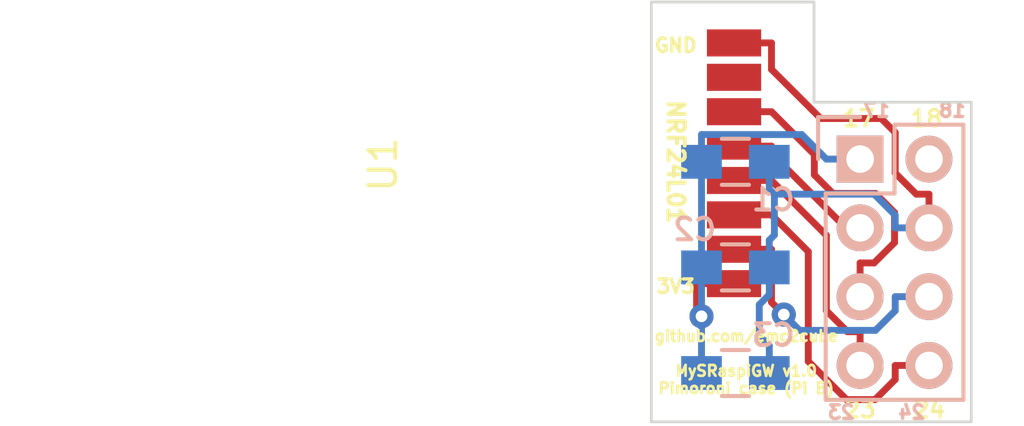
<source format=kicad_pcb>

(kicad_pcb
  (version 4)
  (host pcbnew 4.0.2-stable)
  (general
    (links 13)
    (no_connects 0)
    (area 53.349999 30.449999 65.250001 46.050001)
    (thickness 1.6002)
    (drawings 18)
    (tracks 71)
    (zones 0)
    (modules 5)
    (nets 10))
  (page A4)
  (layers
    (0 Top signal)
    (31 Bottom signal)
    (32 B.Adhes user)
    (33 F.Adhes user)
    (34 B.Paste user)
    (35 F.Paste user)
    (36 B.SilkS user)
    (37 F.SilkS user)
    (38 B.Mask user)
    (39 F.Mask user)
    (40 Dwgs.User user)
    (41 Cmts.User user)
    (42 Eco1.User user)
    (43 Eco2.User user)
    (44 Edge.Cuts user)
    (45 Margin user)
    (46 B.CrtYd user)
    (47 F.CrtYd user)
    (48 B.Fab user)
    (49 F.Fab user))
  (setup
    (last_trace_width 0.254)
    (trace_clearance 0.254)
    (zone_clearance 0.508)
    (zone_45_only no)
    (trace_min 0.1524)
    (segment_width 0.2)
    (edge_width 0.1)
    (via_size 0.889)
    (via_drill 0.4318)
    (via_min_size 0.6858)
    (via_min_drill 0.3302)
    (uvia_size 0.762)
    (uvia_drill 0.508)
    (uvias_allowed no)
    (uvia_min_size 0)
    (uvia_min_drill 0)
    (pcb_text_width 0.3)
    (pcb_text_size 1.5 1.5)
    (mod_edge_width 0.15)
    (mod_text_size 1 1)
    (mod_text_width 0.15)
    (pad_size 1 2)
    (pad_drill 0)
    (pad_to_mask_clearance 0)
    (aux_axis_origin 0 0)
    (visible_elements FFFFFFFF)
    (pcbplotparams
      (layerselection 0x010f0_80000001)
      (usegerberextensions true)
      (excludeedgelayer true)
      (linewidth 0.1)
      (plotframeref false)
      (viasonmask false)
      (mode 1)
      (useauxorigin false)
      (hpglpennumber 1)
      (hpglpenspeed 20)
      (hpglpendiameter 15)
      (hpglpenoverlay 2)
      (psnegative false)
      (psa4output false)
      (plotreference true)
      (plotvalue true)
      (plotinvisibletext false)
      (padsonsilk false)
      (subtractmaskfromsilk false)
      (outputformat 1)
      (mirror false)
      (drillshape 0)
      (scaleselection 1)
      (outputdirectory "")))
  (net 0 "")
  (net 1 +3V3)
  (net 2 GND)
  (net 3 MOSI)
  (net 4 MISO)
  (net 5 CE)
  (net 6 SCK)
  (net 7 CSN)
  (net 8 "Net-(U1-Pad8)")
  (net 9 "Net-(P1-Pad2)")
  (net_class Default "Ceci est la Netclass par défaut"
    (clearance 0.254)
    (trace_width 0.254)
    (via_dia 0.889)
    (via_drill 0.4318)
    (uvia_dia 0.762)
    (uvia_drill 0.508)
    (add_net +3V3)
    (add_net CE)
    (add_net CSN)
    (add_net GND)
    (add_net MISO)
    (add_net MOSI)
    (add_net "Net-(P1-Pad2)")
    (add_net "Net-(U1-Pad8)")
    (add_net SCK))
  (net_class VCC ""
    (clearance 0.3048)
    (trace_width 0.508)
    (via_dia 1.143)
    (via_drill 0.635)
    (uvia_dia 0.762)
    (uvia_drill 0.508))
  (module Capacitors_SMD:C_0805_HandSoldering
    (layer Bottom)
    (tedit 5779F7A3)
    (tstamp 573AD2DE)
    (at 56.5 36.4)
    (descr "Capacitor SMD 0805, hand soldering")
    (tags "capacitor 0805")
    (path /573AD2DF)
    (attr smd)
    (fp_text reference C1
      (at 1.4 1.4)
      (layer B.SilkS)
      (effects
        (font
          (size 0.8 0.8)
          (thickness 0.15))
        (justify mirror)))
    (fp_text value 0.1µF
      (at 0 0.1)
      (layer B.Fab)
      (effects
        (font
          (size 1 1)
          (thickness 0.15))
        (justify mirror)))
    (fp_line
      (start -2.3 1)
      (end 2.3 1)
      (layer B.CrtYd)
      (width 0.05))
    (fp_line
      (start -2.3 -1)
      (end 2.3 -1)
      (layer B.CrtYd)
      (width 0.05))
    (fp_line
      (start -2.3 1)
      (end -2.3 -1)
      (layer B.CrtYd)
      (width 0.05))
    (fp_line
      (start 2.3 1)
      (end 2.3 -1)
      (layer B.CrtYd)
      (width 0.05))
    (fp_line
      (start 0.5 0.85)
      (end -0.5 0.85)
      (layer B.SilkS)
      (width 0.15))
    (fp_line
      (start -0.5 -0.85)
      (end 0.5 -0.85)
      (layer B.SilkS)
      (width 0.15))
    (pad 1 smd rect
      (at -1.25 0)
      (size 1.5 1.25)
      (layers Bottom B.Paste B.Mask)
      (net 1 +3V3))
    (pad 2 smd rect
      (at 1.25 0)
      (size 1.5 1.25)
      (layers Bottom B.Paste B.Mask)
      (net 2 GND))
    (model Capacitors_SMD.3dshapes/C_0805_HandSoldering.wrl
      (at
        (xyz 0 0 0))
      (scale
        (xyz 1 1 1))
      (rotate
        (xyz 0 0 0))))
  (module Capacitors_SMD:C_0805_HandSoldering
    (layer Bottom)
    (tedit 5779F7A8)
    (tstamp 573AD2E4)
    (at 56.5 40.3)
    (descr "Capacitor SMD 0805, hand soldering")
    (tags "capacitor 0805")
    (path /5701C54D)
    (attr smd)
    (fp_text reference C2
      (at -1.5 -1.4)
      (layer B.SilkS)
      (effects
        (font
          (size 0.8 0.8)
          (thickness 0.15))
        (justify mirror)))
    (fp_text value 4.7µF
      (at 0 0.1)
      (layer B.Fab)
      (effects
        (font
          (size 1 1)
          (thickness 0.15))
        (justify mirror)))
    (fp_line
      (start -2.3 1)
      (end 2.3 1)
      (layer B.CrtYd)
      (width 0.05))
    (fp_line
      (start -2.3 -1)
      (end 2.3 -1)
      (layer B.CrtYd)
      (width 0.05))
    (fp_line
      (start -2.3 1)
      (end -2.3 -1)
      (layer B.CrtYd)
      (width 0.05))
    (fp_line
      (start 2.3 1)
      (end 2.3 -1)
      (layer B.CrtYd)
      (width 0.05))
    (fp_line
      (start 0.5 0.85)
      (end -0.5 0.85)
      (layer B.SilkS)
      (width 0.15))
    (fp_line
      (start -0.5 -0.85)
      (end 0.5 -0.85)
      (layer B.SilkS)
      (width 0.15))
    (pad 1 smd rect
      (at -1.25 0)
      (size 1.5 1.25)
      (layers Bottom B.Paste B.Mask)
      (net 1 +3V3))
    (pad 2 smd rect
      (at 1.25 0)
      (size 1.5 1.25)
      (layers Bottom B.Paste B.Mask)
      (net 2 GND))
    (model Capacitors_SMD.3dshapes/C_0805_HandSoldering.wrl
      (at
        (xyz 0 0 0))
      (scale
        (xyz 1 1 1))
      (rotate
        (xyz 0 0 0))))
  (module Capacitors_SMD:C_0805_HandSoldering
    (layer Bottom)
    (tedit 5779F7AF)
    (tstamp 573AD2EA)
    (at 56.5 44.2)
    (descr "Capacitor SMD 0805, hand soldering")
    (tags "capacitor 0805")
    (path /573AD311)
    (attr smd)
    (fp_text reference C3
      (at 1.4 -1.4)
      (layer B.SilkS)
      (effects
        (font
          (size 0.8 0.8)
          (thickness 0.15))
        (justify mirror)))
    (fp_text value 47µF
      (at -0.1 0.1)
      (layer B.Fab)
      (effects
        (font
          (size 1 1)
          (thickness 0.15))
        (justify mirror)))
    (fp_line
      (start -2.3 1)
      (end 2.3 1)
      (layer B.CrtYd)
      (width 0.05))
    (fp_line
      (start -2.3 -1)
      (end 2.3 -1)
      (layer B.CrtYd)
      (width 0.05))
    (fp_line
      (start -2.3 1)
      (end -2.3 -1)
      (layer B.CrtYd)
      (width 0.05))
    (fp_line
      (start 2.3 1)
      (end 2.3 -1)
      (layer B.CrtYd)
      (width 0.05))
    (fp_line
      (start 0.5 0.85)
      (end -0.5 0.85)
      (layer B.SilkS)
      (width 0.15))
    (fp_line
      (start -0.5 -0.85)
      (end 0.5 -0.85)
      (layer B.SilkS)
      (width 0.15))
    (pad 1 smd rect
      (at -1.25 0)
      (size 1.5 1.25)
      (layers Bottom B.Paste B.Mask)
      (net 1 +3V3))
    (pad 2 smd rect
      (at 1.25 0)
      (size 1.5 1.25)
      (layers Bottom B.Paste B.Mask)
      (net 2 GND))
    (model Capacitors_SMD.3dshapes/C_0805_HandSoldering.wrl
      (at
        (xyz 0 0 0))
      (scale
        (xyz 1 1 1))
      (rotate
        (xyz 0 0 0))))
  (module Socket_Strips:Socket_Strip_Straight_2x04
    (layer Bottom)
    (tedit 5779F79F)
    (tstamp 574CBF27)
    (at 61.1 36.3 270)
    (descr "Through hole socket strip")
    (tags "socket strip")
    (path /573ACFFE)
    (fp_text reference P1
      (at 0.1 0 360)
      (layer B.SilkS) hide
      (effects
        (font
          (size 1 1)
          (thickness 0.15))
        (justify mirror)))
    (fp_text value CONN_02X04
      (at 4 -5.2 270)
      (layer B.Fab)
      (effects
        (font
          (size 1 1)
          (thickness 0.15))
        (justify mirror)))
    (fp_line
      (start -1.75 1.75)
      (end -1.75 -4.3)
      (layer B.CrtYd)
      (width 0.05))
    (fp_line
      (start 9.4 1.75)
      (end 9.4 -4.3)
      (layer B.CrtYd)
      (width 0.05))
    (fp_line
      (start -1.75 1.75)
      (end 9.4 1.75)
      (layer B.CrtYd)
      (width 0.05))
    (fp_line
      (start -1.75 -4.3)
      (end 9.4 -4.3)
      (layer B.CrtYd)
      (width 0.05))
    (fp_line
      (start 1.27 1.27)
      (end 8.89 1.27)
      (layer B.SilkS)
      (width 0.15))
    (fp_line
      (start 8.89 1.27)
      (end 8.89 -3.81)
      (layer B.SilkS)
      (width 0.15))
    (fp_line
      (start 8.89 -3.81)
      (end -1.27 -3.81)
      (layer B.SilkS)
      (width 0.15))
    (fp_line
      (start -1.27 -3.81)
      (end -1.27 -1.27)
      (layer B.SilkS)
      (width 0.15))
    (fp_line
      (start 0 1.55)
      (end -1.55 1.55)
      (layer B.SilkS)
      (width 0.15))
    (fp_line
      (start -1.27 -1.27)
      (end 1.27 -1.27)
      (layer B.SilkS)
      (width 0.15))
    (fp_line
      (start 1.27 -1.27)
      (end 1.27 1.27)
      (layer B.SilkS)
      (width 0.15))
    (fp_line
      (start -1.55 1.55)
      (end -1.55 0)
      (layer B.SilkS)
      (width 0.15))
    (pad 1 thru_hole rect
      (at 0 0 270)
      (size 1.7272 1.7272)
      (drill 1.016)
      (layers *.Cu *.Mask B.SilkS)
      (net 1 +3V3))
    (pad 2 thru_hole oval
      (at 0 -2.54 270)
      (size 1.7272 1.7272)
      (drill 1.016)
      (layers *.Cu *.Mask B.SilkS)
      (net 9 "Net-(P1-Pad2)"))
    (pad 3 thru_hole oval
      (at 2.54 0 270)
      (size 1.7272 1.7272)
      (drill 1.016)
      (layers *.Cu *.Mask B.SilkS)
      (net 3 MOSI))
    (pad 4 thru_hole oval
      (at 2.54 -2.54 270)
      (size 1.7272 1.7272)
      (drill 1.016)
      (layers *.Cu *.Mask B.SilkS)
      (net 2 GND))
    (pad 5 thru_hole oval
      (at 5.08 0 270)
      (size 1.7272 1.7272)
      (drill 1.016)
      (layers *.Cu *.Mask B.SilkS)
      (net 4 MISO))
    (pad 6 thru_hole oval
      (at 5.08 -2.54 270)
      (size 1.7272 1.7272)
      (drill 1.016)
      (layers *.Cu *.Mask B.SilkS)
      (net 5 CE))
    (pad 7 thru_hole oval
      (at 7.62 0 270)
      (size 1.7272 1.7272)
      (drill 1.016)
      (layers *.Cu *.Mask B.SilkS)
      (net 6 SCK))
    (pad 8 thru_hole oval
      (at 7.62 -2.54 270)
      (size 1.7272 1.7272)
      (drill 1.016)
      (layers *.Cu *.Mask B.SilkS)
      (net 7 CSN))
    (model Socket_Strips.3dshapes/Socket_Strip_Straight_2x04.wrl
      (at
        (xyz 0.15 -0.05 0))
      (scale
        (xyz 1 1 1))
      (rotate
        (xyz 0 0 180))))
  (module mysensors_radios:NRF24L01_PA_LNA-SMD
    (layer Top)
    (tedit 577395AB)
    (tstamp 5765B8B9)
    (at 47.75 36.5 90)
    (path /56F8DB79)
    (fp_text reference U1
      (at 0 -4.25 90)
      (layer F.SilkS)
      (effects
        (font
          (size 1 1)
          (thickness 0.15))))
    (fp_text value NRF24L01
      (at -5 -4 180)
      (layer F.Fab)
      (effects
        (font
          (size 0.8 0.8)
          (thickness 0.15))))
    (fp_line
      (start -5.25 -17)
      (end 4.75 -17)
      (layer F.CrtYd)
      (width 0.5))
    (fp_line
      (start -6 8.7)
      (end -6 -18.3)
      (layer F.CrtYd)
      (width 0.15))
    (fp_line
      (start 6 -18.3)
      (end 6 8.7)
      (layer F.CrtYd)
      (width 0.15))
    (fp_line
      (start -6 -13.3)
      (end 6 -13.3)
      (layer F.CrtYd)
      (width 0.15))
    (fp_line
      (start 6 8.7)
      (end -6 8.7)
      (layer F.CrtYd)
      (width 0.15))
    (fp_line
      (start -6 -18.3)
      (end 6 -18.3)
      (layer F.CrtYd)
      (width 0.15))
    (pad 2 smd rect
      (at -4.4 8.7 90)
      (size 1 2)
      (layers Top F.Paste F.Mask)
      (net 1 +3V3))
    (pad 3 smd rect
      (at -3.13 8.7 90)
      (size 1 2)
      (layers Top F.Paste F.Mask)
      (net 5 CE))
    (pad 4 smd rect
      (at -1.86 8.7 90)
      (size 1 2)
      (layers Top F.Paste F.Mask)
      (net 7 CSN))
    (pad 5 smd rect
      (at -0.59 8.7 90)
      (size 1 2)
      (layers Top F.Paste F.Mask)
      (net 6 SCK))
    (pad 6 smd rect
      (at 0.68 8.7 90)
      (size 1 2)
      (layers Top F.Paste F.Mask)
      (net 3 MOSI))
    (pad 7 smd rect
      (at 1.95 8.7 90)
      (size 1 2)
      (layers Top F.Paste F.Mask)
      (net 4 MISO))
    (pad 8 smd rect
      (at 3.22 8.7 90)
      (size 1 2)
      (layers Top F.Paste F.Mask)
      (net 8 "Net-(U1-Pad8)"))
    (pad 1 smd rect
      (at 4.49 8.7 90)
      (size 1 2)
      (layers Top F.Paste F.Mask)
      (net 2 GND))
    (model ${MYSLOCAL}/mysensors.3dshapes/mysensors_radios.3dshapes/nrf24palnasmd.wrl
      (at
        (xyz -5.7625 2.9 0.03))
      (scale
        (xyz 0.395 0.395 0.395))
      (rotate
        (xyz 0 0 0)))
    (model LEDs.3dshapes/LED_0402.wrl
      (at
        (xyz -0.02 0.66 0.062))
      (scale
        (xyz 8 1.75 1))
      (rotate
        (xyz 0 0 180)))
    (model Housings_DFN_QFN.3dshapes/QFN-20-1EP_5x5mm_Pitch0.65mm.wrl
      (at
        (xyz -0.0275 -0.109 0.062))
      (scale
        (xyz 1 1 1))
      (rotate
        (xyz 0 0 0)))
    (model Housings_DFN_QFN.3dshapes/QFN-16-1EP_3x3mm_Pitch0.5mm.wrl
      (at
        (xyz -0.08 0.335 0.062))
      (scale
        (xyz 1 1 1))
      (rotate
        (xyz 0 0 0))))
  (gr_line
    (start 59.4 30.5)
    (end 59.4 34.2)
    (angle 90)
    (layer Edge.Cuts)
    (width 0.1))
  (gr_line
    (start 53.4 30.5)
    (end 59.4 30.5)
    (angle 90)
    (layer Edge.Cuts)
    (width 0.1))
  (gr_line
    (start 53.4 46)
    (end 53.4 30.5)
    (angle 90)
    (layer Edge.Cuts)
    (width 0.1))
  (gr_line
    (start 65.2 46)
    (end 53.4 46)
    (angle 90)
    (layer Edge.Cuts)
    (width 0.1))
  (gr_line
    (start 65.2 34.2)
    (end 65.2 46)
    (angle 90)
    (layer Edge.Cuts)
    (width 0.1))
  (gr_line
    (start 59.4 34.2)
    (end 65.2 34.2)
    (angle 90)
    (layer Edge.Cuts)
    (width 0.1))
  (gr_text 3V3
    (at 54.3 41)
    (layer F.SilkS)
    (effects
      (font
        (size 0.5 0.5)
        (thickness 0.125))))
  (gr_text GND
    (at 54.3 32.1)
    (layer F.SilkS)
    (effects
      (font
        (size 0.5 0.5)
        (thickness 0.125))))
  (gr_text "github.com/emc2cube\n\nMySRaspiGW v1.0\nPimoroni case (Pi B)"
    (at 56.9 43.8)
    (layer F.SilkS)
    (effects
      (font
        (size 0.4 0.4)
        (thickness 0.1))))
  (gr_text NRF24L01
    (at 54.3 36.4 270)
    (layer F.SilkS)
    (effects
      (font
        (size 0.6 0.6)
        (thickness 0.15))))
  (gr_text 23
    (at 60.4 45.65)
    (layer B.SilkS)
    (effects
      (font
        (size 0.5 0.5)
        (thickness 0.125))
      (justify mirror)))
  (gr_text 24
    (at 63 45.65)
    (layer B.SilkS)
    (effects
      (font
        (size 0.5 0.5)
        (thickness 0.125))
      (justify mirror)))
  (gr_text 18
    (at 63.55 34.8)
    (layer F.SilkS)
    (effects
      (font
        (size 0.6 0.6)
        (thickness 0.125))))
  (gr_text 17
    (at 61.05 34.8)
    (layer F.SilkS)
    (effects
      (font
        (size 0.6 0.6)
        (thickness 0.125))))
  (gr_text 23
    (at 61.1 45.55)
    (layer F.SilkS)
    (effects
      (font
        (size 0.6 0.6)
        (thickness 0.125))))
  (gr_text 24
    (at 63.65 45.55)
    (layer F.SilkS)
    (effects
      (font
        (size 0.6 0.6)
        (thickness 0.125))))
  (gr_text 18
    (at 64.5 34.5)
    (layer B.SilkS)
    (effects
      (font
        (size 0.5 0.5)
        (thickness 0.125))
      (justify mirror)))
  (gr_text 17
    (at 61.7 34.5)
    (layer B.SilkS)
    (effects
      (font
        (size 0.5 0.5)
        (thickness 0.125))
      (justify mirror)))
  (via
    (at 55.25 42.1056)
    (size 0.889)
    (layers Top Bottom)
    (net 1))
  (via
    (at 58.2849 42.04)
    (size 0.889)
    (layers Top Bottom)
    (net 5))
  (segment
    (start 58.9488 35.3937)
    (end 55.25 35.3937)
    (width 0.254)
    (layer Bottom)
    (net 1))
  (segment
    (start 59.8551 36.3)
    (end 58.9488 35.3937)
    (width 0.254)
    (layer Bottom)
    (net 1))
  (segment
    (start 61.1 36.3)
    (end 59.8551 36.3)
    (width 0.254)
    (layer Bottom)
    (net 1))
  (segment
    (start 55.25 36.4)
    (end 55.25 35.3937)
    (width 0.254)
    (layer Bottom)
    (net 1))
  (segment
    (start 55.25 40.3)
    (end 55.25 36.4)
    (width 0.254)
    (layer Bottom)
    (net 1))
  (segment
    (start 56.45 40.9)
    (end 55.0687 40.9)
    (width 0.254)
    (layer Top)
    (net 1))
  (segment
    (start 55.0687 41.9243)
    (end 55.25 42.1056)
    (width 0.254)
    (layer Top)
    (net 1))
  (segment
    (start 55.0687 40.9)
    (end 55.0687 41.9243)
    (width 0.254)
    (layer Top)
    (net 1))
  (segment
    (start 55.25 40.3)
    (end 55.25 42.1056)
    (width 0.254)
    (layer Bottom)
    (net 1))
  (segment
    (start 55.25 42.1056)
    (end 55.25 44.2)
    (width 0.254)
    (layer Bottom)
    (net 1))
  (segment
    (start 63.64 38.84)
    (end 62.3951 38.84)
    (width 0.254)
    (layer Bottom)
    (net 2))
  (segment
    (start 57.75 36.4)
    (end 57.75 37.4063)
    (width 0.254)
    (layer Bottom)
    (net 2))
  (segment
    (start 61.6171 37.5951)
    (end 57.9388 37.5951)
    (width 0.254)
    (layer Bottom)
    (net 2))
  (segment
    (start 62.3951 38.3731)
    (end 61.6171 37.5951)
    (width 0.254)
    (layer Bottom)
    (net 2))
  (segment
    (start 62.3951 38.84)
    (end 62.3951 38.3731)
    (width 0.254)
    (layer Bottom)
    (net 2))
  (segment
    (start 57.9388 37.5951)
    (end 57.75 37.4063)
    (width 0.254)
    (layer Bottom)
    (net 2))
  (segment
    (start 57.9388 39.1049)
    (end 57.9388 37.5951)
    (width 0.254)
    (layer Bottom)
    (net 2))
  (segment
    (start 57.75 39.2937)
    (end 57.9388 39.1049)
    (width 0.254)
    (layer Bottom)
    (net 2))
  (segment
    (start 57.75 40.3)
    (end 57.75 39.2937)
    (width 0.254)
    (layer Bottom)
    (net 2))
  (segment
    (start 57.8313 32.9864)
    (end 57.8313 32.01)
    (width 0.254)
    (layer Top)
    (net 2))
  (segment
    (start 59.6464 34.8015)
    (end 57.8313 32.9864)
    (width 0.254)
    (layer Top)
    (net 2))
  (segment
    (start 61.8771 34.8015)
    (end 59.6464 34.8015)
    (width 0.254)
    (layer Top)
    (net 2))
  (segment
    (start 62.3951 35.3195)
    (end 61.8771 34.8015)
    (width 0.254)
    (layer Top)
    (net 2))
  (segment
    (start 62.3951 36.8171)
    (end 62.3951 35.3195)
    (width 0.254)
    (layer Top)
    (net 2))
  (segment
    (start 63.1731 37.5951)
    (end 62.3951 36.8171)
    (width 0.254)
    (layer Top)
    (net 2))
  (segment
    (start 63.64 37.5951)
    (end 63.1731 37.5951)
    (width 0.254)
    (layer Top)
    (net 2))
  (segment
    (start 63.64 38.84)
    (end 63.64 37.5951)
    (width 0.254)
    (layer Top)
    (net 2))
  (segment
    (start 56.45 32.01)
    (end 57.8313 32.01)
    (width 0.254)
    (layer Top)
    (net 2))
  (segment
    (start 57.3809 42.8246)
    (end 57.75 43.1937)
    (width 0.254)
    (layer Bottom)
    (net 2))
  (segment
    (start 57.3809 41.6754)
    (end 57.3809 42.8246)
    (width 0.254)
    (layer Bottom)
    (net 2))
  (segment
    (start 57.75 41.3063)
    (end 57.3809 41.6754)
    (width 0.254)
    (layer Bottom)
    (net 2))
  (segment
    (start 57.75 40.3)
    (end 57.75 41.3063)
    (width 0.254)
    (layer Bottom)
    (net 2))
  (segment
    (start 57.75 44.2)
    (end 57.75 43.1937)
    (width 0.254)
    (layer Bottom)
    (net 2))
  (segment
    (start 60.5762 38.84)
    (end 61.1 38.84)
    (width 0.254)
    (layer Top)
    (net 3))
  (segment
    (start 57.8313 36.0951)
    (end 60.5762 38.84)
    (width 0.254)
    (layer Top)
    (net 3))
  (segment
    (start 57.8313 35.82)
    (end 57.8313 36.0951)
    (width 0.254)
    (layer Top)
    (net 3))
  (segment
    (start 56.45 35.82)
    (end 57.8313 35.82)
    (width 0.254)
    (layer Top)
    (net 3))
  (segment
    (start 61.6158 40.1351)
    (end 61.1 40.1351)
    (width 0.254)
    (layer Top)
    (net 4))
  (segment
    (start 62.37 39.3809)
    (end 61.6158 40.1351)
    (width 0.254)
    (layer Top)
    (net 4))
  (segment
    (start 62.37 38.2745)
    (end 62.37 39.3809)
    (width 0.254)
    (layer Top)
    (net 4))
  (segment
    (start 61.6655 37.57)
    (end 62.37 38.2745)
    (width 0.254)
    (layer Top)
    (net 4))
  (segment
    (start 60.0981 37.57)
    (end 61.6655 37.57)
    (width 0.254)
    (layer Top)
    (net 4))
  (segment
    (start 59.4123 36.8842)
    (end 60.0981 37.57)
    (width 0.254)
    (layer Top)
    (net 4))
  (segment
    (start 59.4123 36.131)
    (end 59.4123 36.8842)
    (width 0.254)
    (layer Top)
    (net 4))
  (segment
    (start 57.8313 34.55)
    (end 59.4123 36.131)
    (width 0.254)
    (layer Top)
    (net 4))
  (segment
    (start 56.45 34.55)
    (end 57.8313 34.55)
    (width 0.254)
    (layer Top)
    (net 4))
  (segment
    (start 61.1 41.38)
    (end 61.1 40.1351)
    (width 0.254)
    (layer Top)
    (net 4))
  (segment
    (start 57.8313 41.5864)
    (end 58.2849 42.04)
    (width 0.254)
    (layer Top)
    (net 5))
  (segment
    (start 57.8313 39.63)
    (end 57.8313 41.5864)
    (width 0.254)
    (layer Top)
    (net 5))
  (segment
    (start 62.3951 41.8958)
    (end 62.3951 41.38)
    (width 0.254)
    (layer Bottom)
    (net 5))
  (segment
    (start 61.6659 42.625)
    (end 62.3951 41.8958)
    (width 0.254)
    (layer Bottom)
    (net 5))
  (segment
    (start 58.8699 42.625)
    (end 61.6659 42.625)
    (width 0.254)
    (layer Bottom)
    (net 5))
  (segment
    (start 58.2849 42.04)
    (end 58.8699 42.625)
    (width 0.254)
    (layer Bottom)
    (net 5))
  (segment
    (start 56.45 39.63)
    (end 57.8313 39.63)
    (width 0.254)
    (layer Top)
    (net 5))
  (segment
    (start 63.64 41.38)
    (end 62.3951 41.38)
    (width 0.254)
    (layer Bottom)
    (net 5))
  (segment
    (start 59.8551 39.1138)
    (end 57.8313 37.09)
    (width 0.254)
    (layer Top)
    (net 6))
  (segment
    (start 59.8551 41.8971)
    (end 59.8551 39.1138)
    (width 0.254)
    (layer Top)
    (net 6))
  (segment
    (start 60.6331 42.6751)
    (end 59.8551 41.8971)
    (width 0.254)
    (layer Top)
    (net 6))
  (segment
    (start 61.1 42.6751)
    (end 60.6331 42.6751)
    (width 0.254)
    (layer Top)
    (net 6))
  (segment
    (start 61.1 43.92)
    (end 61.1 42.6751)
    (width 0.254)
    (layer Top)
    (net 6))
  (segment
    (start 56.45 37.09)
    (end 57.8313 37.09)
    (width 0.254)
    (layer Top)
    (net 6))
  (segment
    (start 56.45 38.36)
    (end 57.8313 38.36)
    (width 0.254)
    (layer Top)
    (net 7))
  (segment
    (start 63.64 43.92)
    (end 62.3951 43.92)
    (width 0.254)
    (layer Top)
    (net 7))
  (segment
    (start 59.1889 39.7176)
    (end 57.8313 38.36)
    (width 0.254)
    (layer Top)
    (net 7))
  (segment
    (start 59.1889 43.7699)
    (end 59.1889 39.7176)
    (width 0.254)
    (layer Top)
    (net 7))
  (segment
    (start 60.6011 45.1821)
    (end 59.1889 43.7699)
    (width 0.254)
    (layer Top)
    (net 7))
  (segment
    (start 61.6488 45.1821)
    (end 60.6011 45.1821)
    (width 0.254)
    (layer Top)
    (net 7))
  (segment
    (start 62.3951 44.4358)
    (end 61.6488 45.1821)
    (width 0.254)
    (layer Top)
    (net 7))
  (segment
    (start 62.3951 43.92)
    (end 62.3951 44.4358)
    (width 0.254)
    (layer Top)
    (net 7)))
</source>
